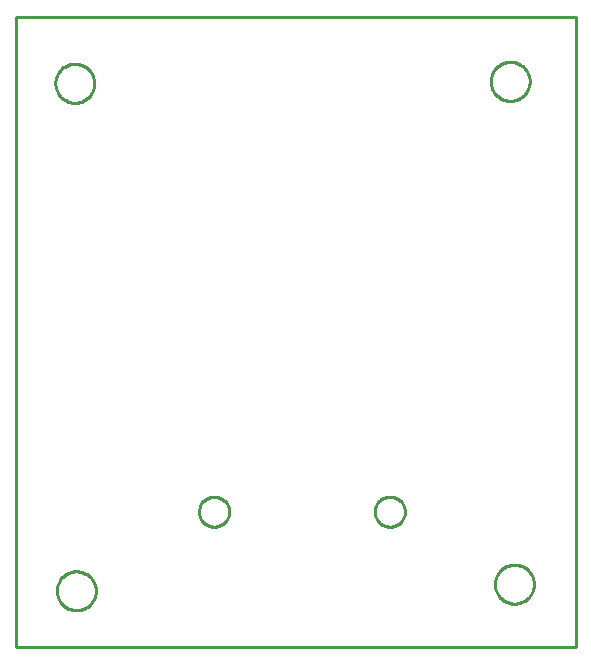
<source format=gbr>
G04 EAGLE Gerber X2 export*
%TF.Part,Single*%
%TF.FileFunction,Profile,NP*%
%TF.FilePolarity,Positive*%
%TF.GenerationSoftware,Autodesk,EAGLE,8.7.0*%
%TF.CreationDate,2018-04-05T02:51:55Z*%
G75*
%MOMM*%
%FSLAX34Y34*%
%LPD*%
%AMOC8*
5,1,8,0,0,1.08239X$1,22.5*%
G01*
%ADD10C,0.254000*%


D10*
X148600Y12700D02*
X622800Y12700D01*
X622800Y546000D01*
X148600Y546000D01*
X148600Y12700D01*
X329350Y126499D02*
X329271Y125500D01*
X329115Y124511D01*
X328881Y123536D01*
X328571Y122584D01*
X328188Y121658D01*
X327733Y120765D01*
X327209Y119911D01*
X326621Y119100D01*
X325970Y118339D01*
X325261Y117630D01*
X324500Y116979D01*
X323689Y116391D01*
X322835Y115867D01*
X321942Y115412D01*
X321016Y115029D01*
X320064Y114719D01*
X319089Y114485D01*
X318100Y114329D01*
X317101Y114250D01*
X316099Y114250D01*
X315100Y114329D01*
X314111Y114485D01*
X313136Y114719D01*
X312184Y115029D01*
X311258Y115412D01*
X310365Y115867D01*
X309511Y116391D01*
X308700Y116979D01*
X307939Y117630D01*
X307230Y118339D01*
X306579Y119100D01*
X305991Y119911D01*
X305467Y120765D01*
X305012Y121658D01*
X304629Y122584D01*
X304319Y123536D01*
X304085Y124511D01*
X303929Y125500D01*
X303850Y126499D01*
X303850Y127501D01*
X303929Y128500D01*
X304085Y129489D01*
X304319Y130464D01*
X304629Y131416D01*
X305012Y132342D01*
X305467Y133235D01*
X305991Y134089D01*
X306579Y134900D01*
X307230Y135661D01*
X307939Y136370D01*
X308700Y137021D01*
X309511Y137609D01*
X310365Y138133D01*
X311258Y138588D01*
X312184Y138971D01*
X313136Y139281D01*
X314111Y139515D01*
X315100Y139671D01*
X316099Y139750D01*
X317101Y139750D01*
X318100Y139671D01*
X319089Y139515D01*
X320064Y139281D01*
X321016Y138971D01*
X321942Y138588D01*
X322835Y138133D01*
X323689Y137609D01*
X324500Y137021D01*
X325261Y136370D01*
X325970Y135661D01*
X326621Y134900D01*
X327209Y134089D01*
X327733Y133235D01*
X328188Y132342D01*
X328571Y131416D01*
X328881Y130464D01*
X329115Y129489D01*
X329271Y128500D01*
X329350Y127501D01*
X329350Y126499D01*
X478150Y126499D02*
X478071Y125500D01*
X477915Y124511D01*
X477681Y123536D01*
X477371Y122584D01*
X476988Y121658D01*
X476533Y120765D01*
X476009Y119911D01*
X475421Y119100D01*
X474770Y118339D01*
X474061Y117630D01*
X473300Y116979D01*
X472489Y116391D01*
X471635Y115867D01*
X470742Y115412D01*
X469816Y115029D01*
X468864Y114719D01*
X467889Y114485D01*
X466900Y114329D01*
X465901Y114250D01*
X464899Y114250D01*
X463900Y114329D01*
X462911Y114485D01*
X461936Y114719D01*
X460984Y115029D01*
X460058Y115412D01*
X459165Y115867D01*
X458311Y116391D01*
X457500Y116979D01*
X456739Y117630D01*
X456030Y118339D01*
X455379Y119100D01*
X454791Y119911D01*
X454267Y120765D01*
X453812Y121658D01*
X453429Y122584D01*
X453119Y123536D01*
X452885Y124511D01*
X452729Y125500D01*
X452650Y126499D01*
X452650Y127501D01*
X452729Y128500D01*
X452885Y129489D01*
X453119Y130464D01*
X453429Y131416D01*
X453812Y132342D01*
X454267Y133235D01*
X454791Y134089D01*
X455379Y134900D01*
X456030Y135661D01*
X456739Y136370D01*
X457500Y137021D01*
X458311Y137609D01*
X459165Y138133D01*
X460058Y138588D01*
X460984Y138971D01*
X461936Y139281D01*
X462911Y139515D01*
X463900Y139671D01*
X464899Y139750D01*
X465901Y139750D01*
X466900Y139671D01*
X467889Y139515D01*
X468864Y139281D01*
X469816Y138971D01*
X470742Y138588D01*
X471635Y138133D01*
X472489Y137609D01*
X473300Y137021D01*
X474061Y136370D01*
X474770Y135661D01*
X475421Y134900D01*
X476009Y134089D01*
X476533Y133235D01*
X476988Y132342D01*
X477371Y131416D01*
X477681Y130464D01*
X477915Y129489D01*
X478071Y128500D01*
X478150Y127501D01*
X478150Y126499D01*
X583866Y490790D02*
X583795Y489712D01*
X583654Y488641D01*
X583444Y487581D01*
X583164Y486538D01*
X582817Y485515D01*
X582403Y484517D01*
X581926Y483548D01*
X581385Y482612D01*
X580785Y481714D01*
X580128Y480857D01*
X579415Y480045D01*
X578651Y479281D01*
X577839Y478569D01*
X576982Y477911D01*
X576084Y477311D01*
X575148Y476771D01*
X574179Y476293D01*
X573181Y475879D01*
X572158Y475532D01*
X571115Y475252D01*
X570055Y475042D01*
X568984Y474901D01*
X567906Y474830D01*
X566826Y474830D01*
X565748Y474901D01*
X564677Y475042D01*
X563617Y475252D01*
X562574Y475532D01*
X561551Y475879D01*
X560553Y476293D01*
X559584Y476771D01*
X558648Y477311D01*
X557750Y477911D01*
X556893Y478569D01*
X556081Y479281D01*
X555317Y480045D01*
X554605Y480857D01*
X553947Y481714D01*
X553347Y482612D01*
X552807Y483548D01*
X552329Y484517D01*
X551915Y485515D01*
X551568Y486538D01*
X551288Y487581D01*
X551078Y488641D01*
X550937Y489712D01*
X550866Y490790D01*
X550866Y491870D01*
X550937Y492948D01*
X551078Y494019D01*
X551288Y495079D01*
X551568Y496122D01*
X551915Y497145D01*
X552329Y498143D01*
X552807Y499112D01*
X553347Y500048D01*
X553947Y500946D01*
X554605Y501803D01*
X555317Y502615D01*
X556081Y503379D01*
X556893Y504092D01*
X557750Y504749D01*
X558648Y505349D01*
X559584Y505890D01*
X560553Y506367D01*
X561551Y506781D01*
X562574Y507128D01*
X563617Y507408D01*
X564677Y507618D01*
X565748Y507759D01*
X566826Y507830D01*
X567906Y507830D01*
X568984Y507759D01*
X570055Y507618D01*
X571115Y507408D01*
X572158Y507128D01*
X573181Y506781D01*
X574179Y506367D01*
X575148Y505890D01*
X576084Y505349D01*
X576982Y504749D01*
X577839Y504092D01*
X578651Y503379D01*
X579415Y502615D01*
X580128Y501803D01*
X580785Y500946D01*
X581385Y500048D01*
X581926Y499112D01*
X582403Y498143D01*
X582817Y497145D01*
X583164Y496122D01*
X583444Y495079D01*
X583654Y494019D01*
X583795Y492948D01*
X583866Y491870D01*
X583866Y490790D01*
X215236Y489172D02*
X215165Y488094D01*
X215024Y487023D01*
X214814Y485963D01*
X214534Y484920D01*
X214187Y483897D01*
X213773Y482899D01*
X213296Y481930D01*
X212755Y480994D01*
X212155Y480096D01*
X211498Y479239D01*
X210785Y478427D01*
X210021Y477663D01*
X209209Y476951D01*
X208352Y476293D01*
X207454Y475693D01*
X206518Y475153D01*
X205549Y474675D01*
X204551Y474261D01*
X203528Y473914D01*
X202485Y473634D01*
X201425Y473424D01*
X200354Y473283D01*
X199276Y473212D01*
X198196Y473212D01*
X197118Y473283D01*
X196047Y473424D01*
X194987Y473634D01*
X193944Y473914D01*
X192921Y474261D01*
X191923Y474675D01*
X190954Y475153D01*
X190018Y475693D01*
X189120Y476293D01*
X188263Y476951D01*
X187451Y477663D01*
X186687Y478427D01*
X185975Y479239D01*
X185317Y480096D01*
X184717Y480994D01*
X184177Y481930D01*
X183699Y482899D01*
X183285Y483897D01*
X182938Y484920D01*
X182658Y485963D01*
X182448Y487023D01*
X182307Y488094D01*
X182236Y489172D01*
X182236Y490252D01*
X182307Y491330D01*
X182448Y492401D01*
X182658Y493461D01*
X182938Y494504D01*
X183285Y495527D01*
X183699Y496525D01*
X184177Y497494D01*
X184717Y498430D01*
X185317Y499328D01*
X185975Y500185D01*
X186687Y500997D01*
X187451Y501761D01*
X188263Y502474D01*
X189120Y503131D01*
X190018Y503731D01*
X190954Y504272D01*
X191923Y504749D01*
X192921Y505163D01*
X193944Y505510D01*
X194987Y505790D01*
X196047Y506000D01*
X197118Y506141D01*
X198196Y506212D01*
X199276Y506212D01*
X200354Y506141D01*
X201425Y506000D01*
X202485Y505790D01*
X203528Y505510D01*
X204551Y505163D01*
X205549Y504749D01*
X206518Y504272D01*
X207454Y503731D01*
X208352Y503131D01*
X209209Y502474D01*
X210021Y501761D01*
X210785Y500997D01*
X211498Y500185D01*
X212155Y499328D01*
X212755Y498430D01*
X213296Y497494D01*
X213773Y496525D01*
X214187Y495527D01*
X214534Y494504D01*
X214814Y493461D01*
X215024Y492401D01*
X215165Y491330D01*
X215236Y490252D01*
X215236Y489172D01*
X587422Y65050D02*
X587351Y63972D01*
X587210Y62901D01*
X587000Y61841D01*
X586720Y60798D01*
X586373Y59775D01*
X585959Y58777D01*
X585482Y57808D01*
X584941Y56872D01*
X584341Y55974D01*
X583684Y55117D01*
X582971Y54305D01*
X582207Y53541D01*
X581395Y52829D01*
X580538Y52171D01*
X579640Y51571D01*
X578704Y51031D01*
X577735Y50553D01*
X576737Y50139D01*
X575714Y49792D01*
X574671Y49512D01*
X573611Y49302D01*
X572540Y49161D01*
X571462Y49090D01*
X570382Y49090D01*
X569304Y49161D01*
X568233Y49302D01*
X567173Y49512D01*
X566130Y49792D01*
X565107Y50139D01*
X564109Y50553D01*
X563140Y51031D01*
X562204Y51571D01*
X561306Y52171D01*
X560449Y52829D01*
X559637Y53541D01*
X558873Y54305D01*
X558161Y55117D01*
X557503Y55974D01*
X556903Y56872D01*
X556363Y57808D01*
X555885Y58777D01*
X555471Y59775D01*
X555124Y60798D01*
X554844Y61841D01*
X554634Y62901D01*
X554493Y63972D01*
X554422Y65050D01*
X554422Y66130D01*
X554493Y67208D01*
X554634Y68279D01*
X554844Y69339D01*
X555124Y70382D01*
X555471Y71405D01*
X555885Y72403D01*
X556363Y73372D01*
X556903Y74308D01*
X557503Y75206D01*
X558161Y76063D01*
X558873Y76875D01*
X559637Y77639D01*
X560449Y78352D01*
X561306Y79009D01*
X562204Y79609D01*
X563140Y80150D01*
X564109Y80627D01*
X565107Y81041D01*
X566130Y81388D01*
X567173Y81668D01*
X568233Y81878D01*
X569304Y82019D01*
X570382Y82090D01*
X571462Y82090D01*
X572540Y82019D01*
X573611Y81878D01*
X574671Y81668D01*
X575714Y81388D01*
X576737Y81041D01*
X577735Y80627D01*
X578704Y80150D01*
X579640Y79609D01*
X580538Y79009D01*
X581395Y78352D01*
X582207Y77639D01*
X582971Y76875D01*
X583684Y76063D01*
X584341Y75206D01*
X584941Y74308D01*
X585482Y73372D01*
X585959Y72403D01*
X586373Y71405D01*
X586720Y70382D01*
X587000Y69339D01*
X587210Y68279D01*
X587351Y67208D01*
X587422Y66130D01*
X587422Y65050D01*
X216500Y59460D02*
X216429Y58382D01*
X216288Y57311D01*
X216078Y56251D01*
X215798Y55208D01*
X215451Y54185D01*
X215037Y53187D01*
X214560Y52218D01*
X214019Y51282D01*
X213419Y50384D01*
X212762Y49527D01*
X212049Y48715D01*
X211285Y47951D01*
X210473Y47239D01*
X209616Y46581D01*
X208718Y45981D01*
X207782Y45441D01*
X206813Y44963D01*
X205815Y44549D01*
X204792Y44202D01*
X203749Y43922D01*
X202689Y43712D01*
X201618Y43571D01*
X200540Y43500D01*
X199460Y43500D01*
X198382Y43571D01*
X197311Y43712D01*
X196251Y43922D01*
X195208Y44202D01*
X194185Y44549D01*
X193187Y44963D01*
X192218Y45441D01*
X191282Y45981D01*
X190384Y46581D01*
X189527Y47239D01*
X188715Y47951D01*
X187951Y48715D01*
X187239Y49527D01*
X186581Y50384D01*
X185981Y51282D01*
X185441Y52218D01*
X184963Y53187D01*
X184549Y54185D01*
X184202Y55208D01*
X183922Y56251D01*
X183712Y57311D01*
X183571Y58382D01*
X183500Y59460D01*
X183500Y60540D01*
X183571Y61618D01*
X183712Y62689D01*
X183922Y63749D01*
X184202Y64792D01*
X184549Y65815D01*
X184963Y66813D01*
X185441Y67782D01*
X185981Y68718D01*
X186581Y69616D01*
X187239Y70473D01*
X187951Y71285D01*
X188715Y72049D01*
X189527Y72762D01*
X190384Y73419D01*
X191282Y74019D01*
X192218Y74560D01*
X193187Y75037D01*
X194185Y75451D01*
X195208Y75798D01*
X196251Y76078D01*
X197311Y76288D01*
X198382Y76429D01*
X199460Y76500D01*
X200540Y76500D01*
X201618Y76429D01*
X202689Y76288D01*
X203749Y76078D01*
X204792Y75798D01*
X205815Y75451D01*
X206813Y75037D01*
X207782Y74560D01*
X208718Y74019D01*
X209616Y73419D01*
X210473Y72762D01*
X211285Y72049D01*
X212049Y71285D01*
X212762Y70473D01*
X213419Y69616D01*
X214019Y68718D01*
X214560Y67782D01*
X215037Y66813D01*
X215451Y65815D01*
X215798Y64792D01*
X216078Y63749D01*
X216288Y62689D01*
X216429Y61618D01*
X216500Y60540D01*
X216500Y59460D01*
M02*

</source>
